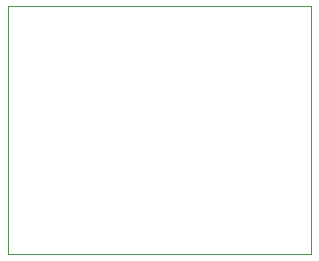
<source format=gbr>
G04 #@! TF.GenerationSoftware,KiCad,Pcbnew,(5.1.2)-2*
G04 #@! TF.CreationDate,2019-08-28T15:44:58+02:00*
G04 #@! TF.ProjectId,esp_pmc,6573705f-706d-4632-9e6b-696361645f70,0.0.1*
G04 #@! TF.SameCoordinates,Original*
G04 #@! TF.FileFunction,Profile,NP*
%FSLAX46Y46*%
G04 Gerber Fmt 4.6, Leading zero omitted, Abs format (unit mm)*
G04 Created by KiCad (PCBNEW (5.1.2)-2) date 2019-08-28 15:44:58*
%MOMM*%
%LPD*%
G04 APERTURE LIST*
%ADD10C,0.050000*%
G04 APERTURE END LIST*
D10*
X53009000Y-92799000D02*
X78664000Y-92799000D01*
X78664000Y-71799000D02*
X78664000Y-92799000D01*
X53009000Y-71799000D02*
X78664000Y-71799000D01*
X53009000Y-92799000D02*
X53009000Y-71799000D01*
M02*

</source>
